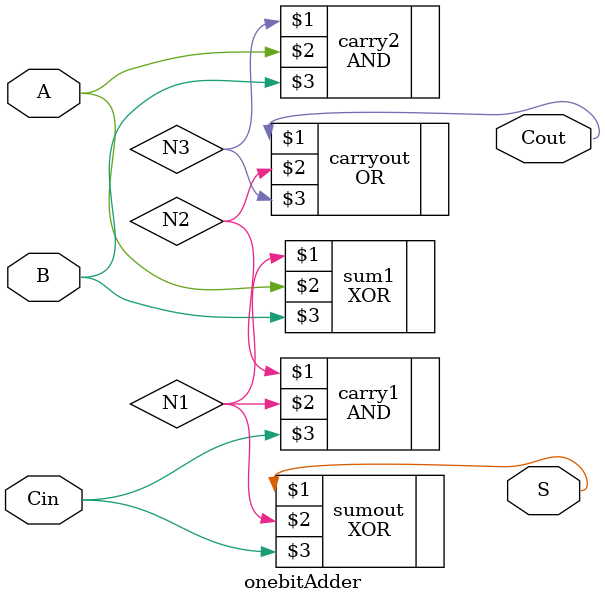
<source format=sv>
module onebitAdder ( input A,
	   	     input B,
		     input Cin,
		     output logic S,
		     output logic Cout);
logic N1,N2,N3; 

	     
XOR sum1(N1,A,B); 
XOR sumout(S,N1,Cin); 

AND carry1(N2, N1, Cin);
AND carry2(N3, A, B); 

OR  carryout(Cout, N2, N3);

endmodule 

</source>
